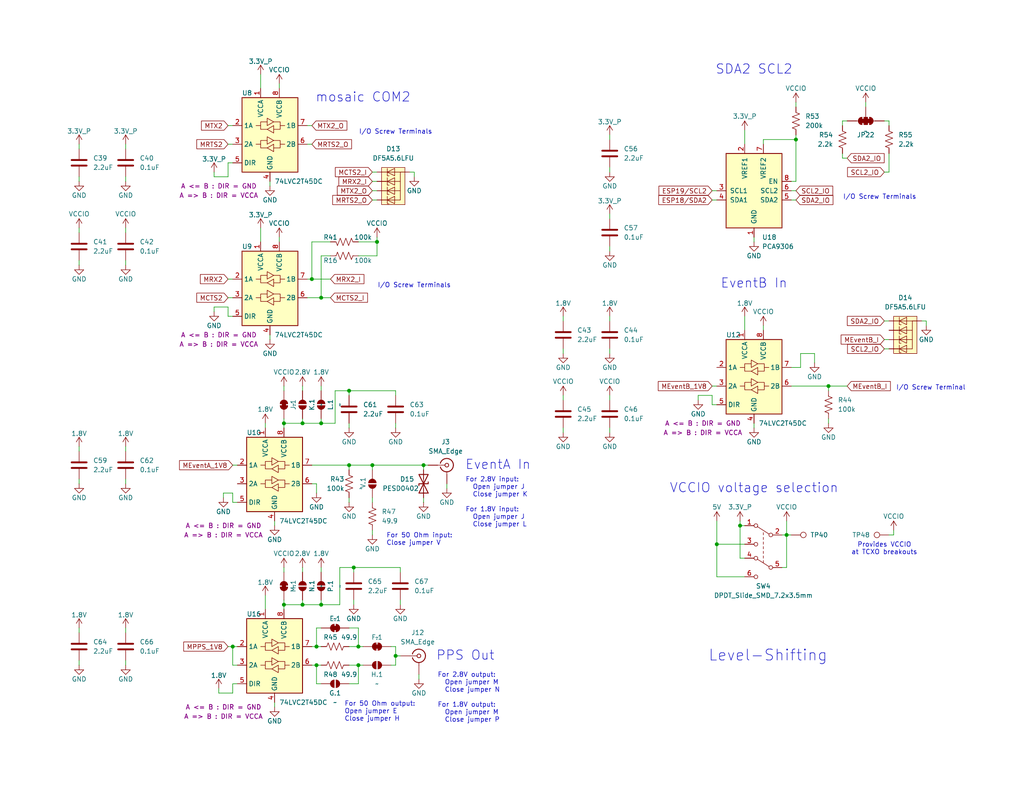
<source format=kicad_sch>
(kicad_sch (version 20231120) (generator "eeschema") (generator_version "8.0")
  (paper "USLetter")
  (title_block (title "Level Shifting"))
  (junction (at 95.25 106.68))
  (junction (at 97.79 176.53))
  (junction (at 86.36 176.53))
  (junction (at 77.47 115.57))
  (junction (at 101.6 127))
  (junction (at 86.36 181.61))
  (junction (at 63.5 176.53))
  (junction (at 87.63 165.1))
  (junction (at 85.09 76.2))
  (junction (at 201.93 143.51))
  (junction (at 95.25 127))
  (junction (at 115.57 127))
  (junction (at 195.58 148.59))
  (junction (at 102.87 66.04))
  (junction (at 96.52 154.94))
  (junction (at 107.95 179.07))
  (junction (at 217.17 38.1))
  (junction (at 87.63 115.57))
  (junction (at 214.63 146.05))
  (junction (at 82.55 165.1))
  (junction (at 87.63 81.28))
  (junction (at 82.55 115.57))
  (junction (at 97.79 181.61))
  (junction (at 77.47 165.1))
  (junction (at 226.06 105.41))
  (wire (pts (xy 62.23 176.53) (xy 63.5 176.53)))
  (wire (pts (xy 21.59 49.53) (xy 21.59 48.26)))
  (wire (pts (xy 58.42 46.99) (xy 58.42 48.26)))
  (wire (pts (xy 85.09 66.04) (xy 85.09 76.2)))
  (wire (pts (xy 73.66 91.44) (xy 73.66 92.71)))
  (wire (pts (xy 97.79 171.45) (xy 97.79 176.53)))
  (wire (pts (xy 214.63 142.24) (xy 214.63 146.05)))
  (wire (pts (xy 62.23 44.45) (xy 63.5 44.45)))
  (wire (pts (xy 87.63 165.1) (xy 92.71 165.1)))
  (wire (pts (xy 109.22 156.21) (xy 109.22 154.94)))
  (wire (pts (xy 106.68 176.53) (xy 107.95 176.53)))
  (wire (pts (xy 85.09 127) (xy 95.25 127)))
  (wire (pts (xy 241.3 95.25) (xy 242.57 95.25)))
  (wire (pts (xy 153.67 87.63) (xy 153.67 86.36)))
  (wire (pts (xy 72.39 115.57) (xy 72.39 116.84)))
  (wire (pts (xy 83.82 81.28) (xy 87.63 81.28)))
  (wire (pts (xy 85.09 132.08) (xy 86.36 132.08)))
  (wire (pts (xy 77.47 165.1) (xy 77.47 166.37)))
  (wire (pts (xy 92.71 165.1) (xy 92.71 154.94)))
  (wire (pts (xy 195.58 148.59) (xy 203.2 148.59)))
  (wire (pts (xy 114.3 184.15) (xy 114.3 185.42)))
  (wire (pts (xy 21.59 172.72) (xy 21.59 171.45)))
  (wire (pts (xy 226.06 105.41) (xy 226.06 106.68)))
  (wire (pts (xy 63.5 186.69) (xy 64.77 186.69)))
  (wire (pts (xy 77.47 165.1) (xy 82.55 165.1)))
  (wire (pts (xy 91.44 115.57) (xy 91.44 106.68)))
  (wire (pts (xy 111.76 46.99) (xy 113.03 46.99)))
  (wire (pts (xy 215.9 105.41) (xy 226.06 105.41)))
  (wire (pts (xy 95.25 116.84) (xy 95.25 115.57)))
  (wire (pts (xy 87.63 154.94) (xy 87.63 156.21)))
  (wire (pts (xy 85.09 66.04) (xy 90.17 66.04)))
  (wire (pts (xy 166.37 109.22) (xy 166.37 107.95)))
  (wire (pts (xy 229.87 34.29) (xy 229.87 33.02)))
  (wire (pts (xy 34.29 49.53) (xy 34.29 48.26)))
  (wire (pts (xy 97.79 69.85) (xy 102.87 69.85)))
  (wire (pts (xy 201.93 142.24) (xy 201.93 143.51)))
  (wire (pts (xy 166.37 59.69) (xy 166.37 58.42)))
  (wire (pts (xy 21.59 123.19) (xy 21.59 121.92)))
  (wire (pts (xy 109.22 165.1) (xy 109.22 163.83)))
  (wire (pts (xy 208.28 38.1) (xy 217.17 38.1)))
  (wire (pts (xy 101.6 49.53) (xy 102.87 49.53)))
  (wire (pts (xy 87.63 114.3) (xy 87.63 115.57)))
  (wire (pts (xy 21.59 72.39) (xy 21.59 71.12)))
  (wire (pts (xy 82.55 154.94) (xy 82.55 156.21)))
  (wire (pts (xy 215.9 52.07) (xy 217.17 52.07)))
  (wire (pts (xy 85.09 181.61) (xy 86.36 181.61)))
  (wire (pts (xy 107.95 116.84) (xy 107.95 115.57)))
  (wire (pts (xy 241.3 46.99) (xy 242.57 46.99)))
  (wire (pts (xy 217.17 36.83) (xy 217.17 38.1)))
  (wire (pts (xy 241.3 33.02) (xy 242.57 33.02)))
  (wire (pts (xy 101.6 127) (xy 115.57 127)))
  (wire (pts (xy 63.5 137.16) (xy 63.5 134.62)))
  (wire (pts (xy 166.37 68.58) (xy 166.37 67.31)))
  (wire (pts (xy 62.23 76.2) (xy 63.5 76.2)))
  (wire (pts (xy 222.25 96.52) (xy 222.25 99.06)))
  (wire (pts (xy 21.59 40.64) (xy 21.59 39.37)))
  (wire (pts (xy 229.87 41.91) (xy 229.87 43.18)))
  (wire (pts (xy 190.5 107.95) (xy 194.31 107.95)))
  (wire (pts (xy 102.87 69.85) (xy 102.87 66.04)))
  (wire (pts (xy 214.63 146.05) (xy 214.63 154.94)))
  (wire (pts (xy 217.17 27.94) (xy 217.17 29.21)))
  (wire (pts (xy 62.23 34.29) (xy 63.5 34.29)))
  (wire (pts (xy 60.96 134.62) (xy 60.96 135.89)))
  (wire (pts (xy 194.31 105.41) (xy 195.58 105.41)))
  (wire (pts (xy 195.58 148.59) (xy 195.58 157.48)))
  (wire (pts (xy 87.63 105.41) (xy 87.63 106.68)))
  (wire (pts (xy 201.93 143.51) (xy 203.2 143.51)))
  (wire (pts (xy 213.36 154.94) (xy 214.63 154.94)))
  (wire (pts (xy 214.63 146.05) (xy 215.9 146.05)))
  (wire (pts (xy 116.84 127) (xy 115.57 127)))
  (wire (pts (xy 76.2 22.86) (xy 76.2 24.13)))
  (wire (pts (xy 101.6 52.07) (xy 102.87 52.07)))
  (wire (pts (xy 87.63 186.69) (xy 86.36 186.69)))
  (wire (pts (xy 231.14 43.18) (xy 229.87 43.18)))
  (wire (pts (xy 106.68 181.61) (xy 107.95 181.61)))
  (wire (pts (xy 96.52 165.1) (xy 96.52 163.83)))
  (wire (pts (xy 97.79 181.61) (xy 99.06 181.61)))
  (wire (pts (xy 242.57 146.05) (xy 243.84 146.05)))
  (wire (pts (xy 92.71 154.94) (xy 96.52 154.94)))
  (wire (pts (xy 86.36 181.61) (xy 87.63 181.61)))
  (wire (pts (xy 83.82 39.37) (xy 85.09 39.37)))
  (wire (pts (xy 101.6 135.89) (xy 101.6 137.16)))
  (wire (pts (xy 101.6 46.99) (xy 102.87 46.99)))
  (wire (pts (xy 107.95 179.07) (xy 109.22 179.07)))
  (wire (pts (xy 205.74 64.77) (xy 205.74 66.04)))
  (wire (pts (xy 251.46 87.63) (xy 252.73 87.63)))
  (wire (pts (xy 96.52 154.94) (xy 109.22 154.94)))
  (wire (pts (xy 82.55 165.1) (xy 87.63 165.1)))
  (wire (pts (xy 229.87 33.02) (xy 231.14 33.02)))
  (wire (pts (xy 71.12 62.23) (xy 71.12 66.04)))
  (wire (pts (xy 208.28 88.9) (xy 208.28 90.17)))
  (wire (pts (xy 83.82 76.2) (xy 85.09 76.2)))
  (wire (pts (xy 77.47 163.83) (xy 77.47 165.1)))
  (wire (pts (xy 102.87 66.04) (xy 102.87 64.77)))
  (wire (pts (xy 195.58 142.24) (xy 195.58 148.59)))
  (wire (pts (xy 115.57 137.16) (xy 115.57 135.89)))
  (wire (pts (xy 87.63 81.28) (xy 90.17 81.28)))
  (wire (pts (xy 166.37 96.52) (xy 166.37 95.25)))
  (wire (pts (xy 63.5 137.16) (xy 64.77 137.16)))
  (wire (pts (xy 62.23 48.26) (xy 62.23 44.45)))
  (wire (pts (xy 214.63 146.05) (xy 213.36 146.05)))
  (wire (pts (xy 87.63 69.85) (xy 90.17 69.85)))
  (wire (pts (xy 153.67 109.22) (xy 153.67 107.95)))
  (wire (pts (xy 194.31 54.61) (xy 195.58 54.61)))
  (wire (pts (xy 87.63 69.85) (xy 87.63 81.28)))
  (wire (pts (xy 226.06 114.3) (xy 226.06 115.57)))
  (wire (pts (xy 95.25 135.89) (xy 95.25 137.16)))
  (wire (pts (xy 194.31 107.95) (xy 194.31 110.49)))
  (wire (pts (xy 97.79 176.53) (xy 99.06 176.53)))
  (wire (pts (xy 95.25 127) (xy 95.25 128.27)))
  (wire (pts (xy 217.17 38.1) (xy 217.17 49.53)))
  (wire (pts (xy 95.25 106.68) (xy 107.95 106.68)))
  (wire (pts (xy 243.84 144.78) (xy 243.84 146.05)))
  (wire (pts (xy 236.22 27.94) (xy 236.22 29.21)))
  (wire (pts (xy 97.79 181.61) (xy 97.79 186.69)))
  (wire (pts (xy 58.42 48.26) (xy 62.23 48.26)))
  (wire (pts (xy 215.9 100.33) (xy 218.44 100.33)))
  (wire (pts (xy 63.5 189.23) (xy 63.5 186.69)))
  (wire (pts (xy 59.69 189.23) (xy 63.5 189.23)))
  (wire (pts (xy 86.36 181.61) (xy 86.36 186.69)))
  (wire (pts (xy 166.37 118.11) (xy 166.37 116.84)))
  (wire (pts (xy 218.44 100.33) (xy 218.44 96.52)))
  (wire (pts (xy 58.42 83.82) (xy 62.23 83.82)))
  (wire (pts (xy 63.5 176.53) (xy 63.5 181.61)))
  (wire (pts (xy 72.39 162.56) (xy 72.39 166.37)))
  (wire (pts (xy 107.95 106.68) (xy 107.95 107.95)))
  (wire (pts (xy 87.63 171.45) (xy 86.36 171.45)))
  (wire (pts (xy 95.25 171.45) (xy 97.79 171.45)))
  (wire (pts (xy 62.23 86.36) (xy 63.5 86.36)))
  (wire (pts (xy 85.09 176.53) (xy 86.36 176.53)))
  (wire (pts (xy 63.5 134.62) (xy 60.96 134.62)))
  (wire (pts (xy 218.44 96.52) (xy 222.25 96.52)))
  (wire (pts (xy 107.95 176.53) (xy 107.95 179.07)))
  (wire (pts (xy 62.23 83.82) (xy 62.23 86.36)))
  (wire (pts (xy 77.47 105.41) (xy 77.47 106.68)))
  (wire (pts (xy 203.2 86.36) (xy 203.2 90.17)))
  (wire (pts (xy 73.66 49.53) (xy 73.66 50.8)))
  (wire (pts (xy 95.25 127) (xy 101.6 127)))
  (wire (pts (xy 87.63 163.83) (xy 87.63 165.1)))
  (wire (pts (xy 121.92 132.08) (xy 121.92 133.35)))
  (wire (pts (xy 201.93 143.51) (xy 201.93 152.4)))
  (wire (pts (xy 194.31 110.49) (xy 195.58 110.49)))
  (wire (pts (xy 34.29 172.72) (xy 34.29 171.45)))
  (wire (pts (xy 95.25 181.61) (xy 97.79 181.61)))
  (wire (pts (xy 203.2 152.4) (xy 201.93 152.4)))
  (wire (pts (xy 226.06 105.41) (xy 231.14 105.41)))
  (wire (pts (xy 153.67 118.11) (xy 153.67 116.84)))
  (wire (pts (xy 62.23 39.37) (xy 63.5 39.37)))
  (wire (pts (xy 34.29 40.64) (xy 34.29 39.37)))
  (wire (pts (xy 95.25 106.68) (xy 95.25 107.95)))
  (wire (pts (xy 82.55 114.3) (xy 82.55 115.57)))
  (wire (pts (xy 74.93 191.77) (xy 74.93 193.04)))
  (wire (pts (xy 215.9 54.61) (xy 217.17 54.61)))
  (wire (pts (xy 77.47 154.94) (xy 77.47 156.21)))
  (wire (pts (xy 205.74 115.57) (xy 205.74 116.84)))
  (wire (pts (xy 34.29 63.5) (xy 34.29 62.23)))
  (wire (pts (xy 86.36 171.45) (xy 86.36 176.53)))
  (wire (pts (xy 203.2 157.48) (xy 195.58 157.48)))
  (wire (pts (xy 101.6 144.78) (xy 101.6 146.05)))
  (wire (pts (xy 62.23 81.28) (xy 63.5 81.28)))
  (wire (pts (xy 87.63 115.57) (xy 91.44 115.57)))
  (wire (pts (xy 91.44 106.68) (xy 95.25 106.68)))
  (wire (pts (xy 203.2 35.56) (xy 203.2 39.37)))
  (wire (pts (xy 82.55 163.83) (xy 82.55 165.1)))
  (wire (pts (xy 242.57 34.29) (xy 242.57 33.02)))
  (wire (pts (xy 64.77 181.61) (xy 63.5 181.61)))
  (wire (pts (xy 215.9 49.53) (xy 217.17 49.53)))
  (wire (pts (xy 34.29 181.61) (xy 34.29 180.34)))
  (wire (pts (xy 166.37 87.63) (xy 166.37 86.36)))
  (wire (pts (xy 166.37 46.99) (xy 166.37 45.72)))
  (wire (pts (xy 71.12 20.32) (xy 71.12 24.13)))
  (wire (pts (xy 190.5 109.22) (xy 190.5 107.95)))
  (wire (pts (xy 82.55 115.57) (xy 87.63 115.57)))
  (wire (pts (xy 96.52 156.21) (xy 96.52 154.94)))
  (wire (pts (xy 86.36 132.08) (xy 86.36 134.62)))
  (wire (pts (xy 74.93 142.24) (xy 74.93 143.51)))
  (wire (pts (xy 241.3 87.63) (xy 242.57 87.63)))
  (wire (pts (xy 77.47 115.57) (xy 82.55 115.57)))
  (wire (pts (xy 194.31 52.07) (xy 195.58 52.07)))
  (wire (pts (xy 86.36 176.53) (xy 87.63 176.53)))
  (wire (pts (xy 166.37 38.1) (xy 166.37 36.83)))
  (wire (pts (xy 63.5 176.53) (xy 64.77 176.53)))
  (wire (pts (xy 115.57 127) (xy 115.57 128.27)))
  (wire (pts (xy 107.95 179.07) (xy 107.95 181.61)))
  (wire (pts (xy 95.25 176.53) (xy 97.79 176.53)))
  (wire (pts (xy 242.57 41.91) (xy 242.57 46.99)))
  (wire (pts (xy 153.67 96.52) (xy 153.67 95.25)))
  (wire (pts (xy 252.73 87.63) (xy 252.73 88.9)))
  (wire (pts (xy 85.09 76.2) (xy 90.17 76.2)))
  (wire (pts (xy 76.2 64.77) (xy 76.2 66.04)))
  (wire (pts (xy 21.59 181.61) (xy 21.59 180.34)))
  (wire (pts (xy 101.6 54.61) (xy 102.87 54.61)))
  (wire (pts (xy 241.3 92.71) (xy 242.57 92.71)))
  (wire (pts (xy 97.79 66.04) (xy 102.87 66.04)))
  (wire (pts (xy 21.59 132.08) (xy 21.59 130.81)))
  (wire (pts (xy 83.82 34.29) (xy 85.09 34.29)))
  (wire (pts (xy 59.69 187.96) (xy 59.69 189.23)))
  (wire (pts (xy 208.28 39.37) (xy 208.28 38.1)))
  (wire (pts (xy 21.59 63.5) (xy 21.59 62.23)))
  (wire (pts (xy 34.29 132.08) (xy 34.29 130.81)))
  (wire (pts (xy 101.6 127) (xy 101.6 128.27)))
  (wire (pts (xy 58.42 85.09) (xy 58.42 83.82)))
  (wire (pts (xy 63.5 127) (xy 64.77 127)))
  (wire (pts (xy 95.25 186.69) (xy 97.79 186.69)))
  (wire (pts (xy 77.47 114.3) (xy 77.47 115.57)))
  (wire (pts (xy 77.47 115.57) (xy 77.47 116.84)))
  (wire (pts (xy 82.55 105.41) (xy 82.55 106.68)))
  (wire (pts (xy 113.03 46.99) (xy 113.03 48.26)))
  (wire (pts (xy 34.29 72.39) (xy 34.29 71.12)))
  (wire (pts (xy 34.29 123.19) (xy 34.29 121.92)))
  (text "SDA2 SCL2" (at 205.74 19.05 0) (effects (font (size 2.54 2.54))))
  (text "I/O Screw Terminals" (at 107.95 36.83 0) (effects (font (size 1.27 1.27)) (justify bottom)))
  (text "Provides VCCIO\nat TCXO breakouts" (at 241.3 149.86 0) (effects (font (size 1.27 1.27))))
  (text "For 50 Ohm input:\nClose jumper V" (at 105.41 147.32 0) (effects (font (size 1.27 1.27)) (justify left)))
  (text "mosaic COM2" (at 99.06 26.67 0) (effects (font (size 2.54 2.54))))
  (text "I/O Screw Terminal" (at 254 106.68 0) (effects (font (size 1.27 1.27)) (justify bottom)))
  (text "Level-Shifting" (at 209.55 179.07 0) (effects (font (size 3 3))))
  (text "I/O Screw Terminals" (at 240.03 54.61 0) (effects (font (size 1.27 1.27)) (justify bottom)))
  (text "For 50 Ohm output:\nOpen jumper E\nClose jumper H" (at 93.98 194.31 0) (effects (font (size 1.27 1.27)) (justify left)))
  (text "For 2.8V input:\n  Open jumper J\n  Close jumper K\n\nFor 1.8V input:\n  Open jumper J\n  Close jumper L" (at 127 137.16 0) (effects (font (size 1.27 1.27)) (justify left)))
  (text "For 2.8V output:\n  Open jumper M\n  Close jumper N\n\nFor 1.8V output:\n  Open jumper M\n  Close jumper P" (at 119.38 190.5 0) (effects (font (size 1.27 1.27)) (justify left)))
  (text "I/O Screw Terminals" (at 113.03 78.74 0) (effects (font (size 1.27 1.27)) (justify bottom)))
  (text "EventB In" (at 205.74 77.47 0) (effects (font (size 2.54 2.54))))
  (text "EventA In" (at 135.89 127 0) (effects (font (size 2.54 2.54))))
  (text "PPS Out" (at 127 179.07 0) (effects (font (size 2.54 2.54))))
  (text "VCCIO voltage selection" (at 205.74 133.35 0) (effects (font (size 2.54 2.54))))
  (global_label "ESP19{slash}SCL2" (shape input) (at 194.31 52.07 180) (property "Intersheetrefs" "${INTERSHEET_REFS}" (effects (hide yes))))
  (global_label "MEventB_1V8" (shape input) (at 194.31 105.41 180) (property "Intersheetrefs" "${INTERSHEET_REFS}" (effects (hide yes))))
  (global_label "MCTS2_I" (shape input) (at 101.6 46.99 180) (property "Intersheetrefs" "${INTERSHEET_REFS}" (effects (hide yes))))
  (global_label "MEventB_I" (shape input) (at 241.3 92.71 180) (property "Intersheetrefs" "${INTERSHEET_REFS}" (effects (hide yes))))
  (global_label "MEventB_I" (shape input) (at 231.14 105.41 0) (property "Intersheetrefs" "${INTERSHEET_REFS}" (effects (hide yes))))
  (global_label "MTX2_O" (shape input) (at 85.09 34.29 0) (property "Intersheetrefs" "${INTERSHEET_REFS}" (effects (hide yes))))
  (global_label "MRTS2_O" (shape input) (at 101.6 54.61 180) (property "Intersheetrefs" "${INTERSHEET_REFS}" (effects (hide yes))))
  (global_label "MPPS_1V8" (shape input) (at 62.23 176.53 180) (property "Intersheetrefs" "${INTERSHEET_REFS}" (effects (hide yes))))
  (global_label "ESP18{slash}SDA2" (shape input) (at 194.31 54.61 180) (property "Intersheetrefs" "${INTERSHEET_REFS}" (effects (hide yes))))
  (global_label "SCL2_IO" (shape input) (at 241.3 95.25 180) (property "Intersheetrefs" "${INTERSHEET_REFS}" (effects (hide yes))))
  (global_label "MRX2" (shape input) (at 62.23 76.2 180) (property "Intersheetrefs" "${INTERSHEET_REFS}" (effects (hide yes))))
  (global_label "MRX2_I" (shape input) (at 90.17 76.2 0) (property "Intersheetrefs" "${INTERSHEET_REFS}" (effects (hide yes))))
  (global_label "SDA2_IO" (shape input) (at 217.17 54.61 0) (property "Intersheetrefs" "${INTERSHEET_REFS}" (effects (hide yes))))
  (global_label "MEventA_1V8" (shape input) (at 63.5 127 180) (property "Intersheetrefs" "${INTERSHEET_REFS}" (effects (hide yes))))
  (global_label "SCL2_IO" (shape input) (at 241.3 46.99 180) (property "Intersheetrefs" "${INTERSHEET_REFS}" (effects (hide yes))))
  (global_label "SCL2_IO" (shape input) (at 217.17 52.07 0) (property "Intersheetrefs" "${INTERSHEET_REFS}" (effects (hide yes))))
  (global_label "SDA2_IO" (shape input) (at 241.3 87.63 180) (property "Intersheetrefs" "${INTERSHEET_REFS}" (effects (hide yes))))
  (global_label "MCTS2_I" (shape input) (at 90.17 81.28 0) (property "Intersheetrefs" "${INTERSHEET_REFS}" (effects (hide yes))))
  (global_label "MRX2_I" (shape input) (at 101.6 49.53 180) (property "Intersheetrefs" "${INTERSHEET_REFS}" (effects (hide yes))))
  (global_label "MTX2_O" (shape input) (at 101.6 52.07 180) (property "Intersheetrefs" "${INTERSHEET_REFS}" (effects (hide yes))))
  (global_label "MRTS2_O" (shape input) (at 85.09 39.37 0) (property "Intersheetrefs" "${INTERSHEET_REFS}" (effects (hide yes))))
  (global_label "MTX2" (shape input) (at 62.23 34.29 180) (property "Intersheetrefs" "${INTERSHEET_REFS}" (effects (hide yes))))
  (global_label "MRTS2" (shape input) (at 62.23 39.37 180) (property "Intersheetrefs" "${INTERSHEET_REFS}" (effects (hide yes))))
  (global_label "MCTS2" (shape input) (at 62.23 81.28 180) (property "Intersheetrefs" "${INTERSHEET_REFS}" (effects (hide yes))))
  (global_label "SDA2_IO" (shape input) (at 231.14 43.18 0) (property "Intersheetrefs" "${INTERSHEET_REFS}" (effects (hide yes))))
  (symbol (lib_id "SparkFun-PowerSymbol:GND") (at 205.74 116.84 0) (unit 1)
    (property "Reference" "#PWR0159" (effects (hide yes)))
    (property "Value" "GND" (at 205.74 120.65 0))
    (property "Description" "Power symbol creates a global label with name \"GND\" , ground" (effects (hide yes)))
  )
  (symbol (lib_id "SparkFun-PowerSymbol:VCC") (at 77.47 105.41 0) (unit 1)
    (property "Reference" "#PWR0160" (effects (hide yes)))
    (property "Value" "VCCIO" (at 77.47 101.6 0))
    (property "Description" "Power symbol creates a global label with name \"VCC\"" (effects (hide yes)))
  )
  (symbol (lib_id "SparkFun-Jumper:SolderJumper_2_Open") (at 101.6 132.08 90) (unit 1)
    (property "Reference" "V.1" (at 99.06 133.35 0) (effects (justify left)))
    (property "Value" "~" (at 99.06 133.35 90) (effects (justify left)))
    (property "Footprint" "SparkFun-Jumper:Jumper_2_NO" (effects (hide yes)))
    (property "Description" "Solder Jumper, 2-pole, open" (effects (hide yes)))
  )
  (symbol (lib_id "SparkFun-PowerSymbol:VCC") (at 243.84 144.78 0) (unit 1)
    (property "Reference" "#PWR0265" (effects (hide yes)))
    (property "Value" "VCCIO" (at 243.84 140.97 0))
    (property "Description" "Power symbol creates a global label with name \"VCC\"" (effects (hide yes)))
  )
  (symbol (lib_id "power:GND") (at 166.37 118.11 0) (unit 1)
    (property "Reference" "#PWR0165" (effects (hide yes)))
    (property "Value" "GND" (at 166.37 121.92 0))
    (property "Description" "Power symbol creates a global label with name \"GND\" , ground" (effects (hide yes)))
  )
  (symbol (lib_id "SparkFun-PowerSymbol:GND") (at 205.74 66.04 0) (unit 1)
    (property "Reference" "#PWR0231" (effects (hide yes)))
    (property "Value" "GND" (at 205.74 69.85 0))
    (property "Description" "Power symbol creates a global label with name \"GND\" , ground" (effects (hide yes)))
  )
  (symbol (lib_id "SparkFun-PowerSymbol:VCC") (at 208.28 88.9 0) (unit 1)
    (property "Reference" "#PWR0161" (effects (hide yes)))
    (property "Value" "VCCIO" (at 208.28 85.09 0))
    (property "Description" "Power symbol creates a global label with name \"VCC\"" (effects (hide yes)))
  )
  (symbol (lib_id "SparkFun-Capacitor:0.1uF_0603_25V_20%") (at 34.29 176.53 0) (unit 1)
    (property "Reference" "C66" (at 38.1 175.2599 0) (effects (justify left)))
    (property "Value" "0.1uF" (at 38.1 177.7999 0) (effects (justify left)))
    (property "Footprint" "SparkFun-Capacitor:C_0603_1608Metric" (effects (hide yes)))
    (property "Datasheet" "https://cdn.sparkfun.com/assets/8/a/4/a/5/Kemet_Capacitor_Datasheet.pdf" (effects (hide yes)))
    (property "Description" "Unpolarized capacitor" (effects (hide yes)))
    (property "PROD_ID" "CAP-00810" (effects (hide yes)))
    (property "Voltage" "25V" (effects (hide yes)))
    (property "Tolerance" "20%" (effects (hide yes)))
  )
  (symbol (lib_id "SparkFun-DiscreteSemi:D_TVS_ESD_4_HS") (at 246.38 92.71 90) (unit 1)
    (property "Reference" "D14" (at 247.015 81.28 90))
    (property "Value" "DF5A5.6LFU" (at 247.015 83.82 90))
    (property "Footprint" "SparkFun-Semiconductor-Standard:SOT-353" (effects (hide yes)))
    (property "Datasheet" "https://toshiba.semicon-storage.com/info/DF5A5.6LFU_datasheet_en_20140301.pdf?did=22260&prodName=DF5A5.6LFU" (effects (hide yes)))
    (property "Description" "Low capacitance microSD unidirectional quadruple ESD protection diode array, 3.3V, Common Anode, SOT-353" (effects (hide yes)))
    (property "PROD_ID" "DIO-20454" (effects (hide yes)))
  )
  (symbol (lib_id "SparkFun-PowerSymbol:3.3V_P") (at 201.93 142.24 0) (unit 1)
    (property "Reference" "#PWR0132" (effects (hide yes)))
    (property "Value" "3.3V_P" (at 201.93 138.43 0))
    (property "Description" "Power symbol creates a global label with name \"3.3V_P\"" (effects (hide yes)))
  )
  (symbol (lib_id "SparkFun-PowerSymbol:VCC") (at 166.37 107.95 0) (unit 1)
    (property "Reference" "#PWR0164" (effects (hide yes)))
    (property "Value" "VCCIO" (at 166.37 104.14 0))
    (property "Description" "Power symbol creates a global label with name \"VCC\"" (effects (hide yes)))
  )
  (symbol (lib_id "SparkFun-Resistor:49.9_0603") (at 101.6 140.97 270) (unit 1)
    (property "Reference" "R47" (at 104.14 139.6999 90) (effects (justify left)))
    (property "Value" "49.9" (at 104.14 142.2399 90) (effects (justify left)))
    (property "Footprint" "SparkFun-Resistor:R_0603_1608Metric" (effects (hide yes)))
    (property "Datasheet" "https://www.vishay.com/docs/20035/dcrcwe3.pdf" (effects (hide yes)))
    (property "Description" "Resistor" (effects (hide yes)))
    (property "PROD_ID" "RES-16237" (effects (hide yes)))
    (property "Wattage" "0.5W" (effects (hide yes)))
    (property "Tolerance" "1%" (effects (hide yes)))
  )
  (symbol (lib_id "SparkFun-PowerSymbol:GND") (at 86.36 134.62 0) (unit 1)
    (property "Reference" "#PWR0209" (effects (hide yes)))
    (property "Value" "GND" (at 86.36 138.43 0))
    (property "Description" "Power symbol creates a global label with name \"GND\" , ground" (effects (hide yes)))
  )
  (symbol (lib_id "SparkFun-PowerSymbol:3.3V_P") (at 166.37 36.83 0) (unit 1)
    (property "Reference" "#PWR0232" (effects (hide yes)))
    (property "Value" "3.3V_P" (at 166.37 33.274 0))
    (property "Description" "Power symbol creates a global label with name \"3.3V_P\"" (effects (hide yes)))
  )
  (symbol (lib_id "power:GND") (at 21.59 181.61 0) (unit 1)
    (property "Reference" "#PWR0221" (effects (hide yes)))
    (property "Value" "GND" (at 21.59 185.42 0))
    (property "Description" "Power symbol creates a global label with name \"GND\" , ground" (effects (hide yes)))
  )
  (symbol (lib_id "SparkFun-RF:SMA_EdgeMount") (at 114.3 179.07 0) (unit 1)
    (property "Reference" "J12" (at 113.9826 172.72 0))
    (property "Value" "SMA_Edge" (at 113.9826 175.26 0))
    (property "Footprint" "SparkFun-Connector:SMA_Edge" (effects (hide yes)))
    (property "Datasheet" "https://www.sparkfun.com/datasheets/Wireless/Antenna/SMA-Connector.pdf" (effects (hide yes)))
    (property "Description" "SMA PCB Edge Mount connector" (effects (hide yes)))
    (property "PROD_ID" "CONN-08289" (effects (hide yes)))
  )
  (symbol (lib_id "power:GND") (at 101.6 146.05 0) (mirror y) (unit 1)
    (property "Reference" "#PWR0193" (effects (hide yes)))
    (property "Value" "GND" (at 101.6 149.86 0))
    (property "Description" "Power symbol creates a global label with name \"GND\" , ground" (effects (hide yes)))
  )
  (symbol (lib_id "power:GND") (at 21.59 132.08 0) (unit 1)
    (property "Reference" "#PWR0237" (effects (hide yes)))
    (property "Value" "GND" (at 21.59 135.89 0))
    (property "Description" "Power symbol creates a global label with name \"GND\" , ground" (effects (hide yes)))
  )
  (symbol (lib_id "SparkFun-PowerSymbol:GND") (at 73.66 92.71 0) (unit 1)
    (property "Reference" "#PWR0138" (effects (hide yes)))
    (property "Value" "GND" (at 73.66 96.52 0))
    (property "Description" "Power symbol creates a global label with name \"GND\" , ground" (effects (hide yes)))
  )
  (symbol (lib_id "SparkFun-PowerSymbol:1.8V") (at 21.59 171.45 0) (unit 1)
    (property "Reference" "#PWR0220" (effects (hide yes)))
    (property "Value" "1.8V" (at 21.59 167.894 0))
    (property "Description" "Power symbol creates a global label with name \"1.8V\"" (effects (hide yes)))
  )
  (symbol (lib_id "SparkFun-PowerSymbol:GND") (at 222.25 99.06 0) (unit 1)
    (property "Reference" "#PWR0200" (effects (hide yes)))
    (property "Value" "GND" (at 222.25 102.87 0))
    (property "Description" "Power symbol creates a global label with name \"GND\" , ground" (effects (hide yes)))
  )
  (symbol (lib_id "SparkFun-Capacitor:0.1uF_0603_25V_20%") (at 166.37 91.44 0) (unit 1)
    (property "Reference" "C44" (at 170.18 90.1699 0) (effects (justify left)))
    (property "Value" "0.1uF" (at 170.18 92.7099 0) (effects (justify left)))
    (property "Footprint" "SparkFun-Capacitor:C_0603_1608Metric" (effects (hide yes)))
    (property "Datasheet" "https://cdn.sparkfun.com/assets/8/a/4/a/5/Kemet_Capacitor_Datasheet.pdf" (effects (hide yes)))
    (property "Description" "Unpolarized capacitor" (effects (hide yes)))
    (property "PROD_ID" "CAP-00810" (effects (hide yes)))
    (property "Voltage" "25V" (effects (hide yes)))
    (property "Tolerance" "20%" (effects (hide yes)))
  )
  (symbol (lib_id "SparkFun-Jumper:SolderJumper_2_Bridged") (at 77.47 160.02 270) (mirror x) (unit 1)
    (property "Reference" "M.1" (at 80.01 160.02 0))
    (property "Value" "~" (at 80.01 160.02 0))
    (property "Footprint" "SparkFun-Jumper:Jumper_2_NC_Trace" (effects (hide yes)))
    (property "Description" "Solder Jumper, 2-pole, closed/bridged" (effects (hide yes)))
  )
  (symbol (lib_id "SparkFun-Resistor:100k_0603") (at 93.98 69.85 0) (unit 1)
    (property "Reference" "R16" (at 90.17 71.12 0))
    (property "Value" "100k" (at 99.06 71.12 0))
    (property "Footprint" "SparkFun-Resistor:R_0603_1608Metric" (effects (hide yes)))
    (property "Datasheet" "https://www.vishay.com/docs/20035/dcrcwe3.pdf" (effects (hide yes)))
    (property "Description" "Resistor" (effects (hide yes)))
    (property "PROD_ID" "RES-07828" (effects (hide yes)))
  )
  (symbol (lib_id "SparkFun-Capacitor:2.2uF_0603_10V_20%") (at 96.52 160.02 0) (mirror y) (unit 1)
    (property "Reference" "C65" (at 100.33 158.7499 0) (effects (justify right)))
    (property "Value" "2.2uF" (at 100.33 161.2899 0) (effects (justify right)))
    (property "Footprint" "SparkFun-Capacitor:C_0603_1608Metric" (effects (hide yes)))
    (property "Datasheet" "https://cdn.sparkfun.com/assets/8/a/4/a/5/Kemet_Capacitor_Datasheet.pdf" (effects (hide yes)))
    (property "Description" "Unpolarized capacitor" (effects (hide yes)))
    (property "PROD_ID" "CAP-07888" (effects (hide yes)))
    (property "Voltage" "10V" (effects (hide yes)))
    (property "Tolerance" "20%" (effects (hide yes)))
  )
  (symbol (lib_id "SparkFun-IC-Logic:74LVC2T45DC") (at 73.66 78.74 0) (unit 1)
    (property "Reference" "U9" (at 66.04 67.31 0) (effects (justify left)))
    (property "Value" "74LVC2T45DC" (at 74.93 91.44 0) (effects (justify left)))
    (property "Footprint" "SparkFun-Semiconductor-Standard:VSSOP8_SOT765-1" (effects (hide yes)))
    (property "Datasheet" "https://assets.nexperia.com/documents/data-sheet/74LVC_LVCH2T45.pdf" (effects (hide yes)))
    (property "Description" "Dual supply translating transceiver, 3-state, 2-bit, VSSOP-8" (effects (hide yes)))
    (property "PROD_ID" "IC-19989" (effects (hide yes)))
    (property "DIR1" "A <= B : DIR = GND" (at 59.69 91.44 0))
    (property "DIR2" "A => B : DIR = VCCA" (at 59.69 93.98 0))
  )
  (symbol (lib_id "SparkFun-Capacitor:0.1uF_0603_25V_20%") (at 166.37 63.5 0) (unit 1)
    (property "Reference" "C57" (at 170.18 62.2299 0) (effects (justify left)))
    (property "Value" "0.1uF" (at 170.18 64.7699 0) (effects (justify left)))
    (property "Footprint" "SparkFun-Capacitor:C_0603_1608Metric" (effects (hide yes)))
    (property "Datasheet" "https://cdn.sparkfun.com/assets/8/a/4/a/5/Kemet_Capacitor_Datasheet.pdf" (effects (hide yes)))
    (property "Description" "Unpolarized capacitor" (effects (hide yes)))
    (property "PROD_ID" "CAP-00810" (effects (hide yes)))
    (property "Voltage" "25V" (effects (hide yes)))
    (property "Tolerance" "20%" (effects (hide yes)))
  )
  (symbol (lib_id "power:GND") (at 153.67 118.11 0) (unit 1)
    (property "Reference" "#PWR0163" (effects (hide yes)))
    (property "Value" "GND" (at 153.67 121.92 0))
    (property "Description" "Power symbol creates a global label with name \"GND\" , ground" (effects (hide yes)))
  )
  (symbol (lib_id "SparkFun-Capacitor:0.1uF_0603_25V_20%") (at 34.29 44.45 0) (unit 1)
    (property "Reference" "C40" (at 38.1 43.1799 0) (effects (justify left)))
    (property "Value" "0.1uF" (at 38.1 45.7199 0) (effects (justify left)))
    (property "Footprint" "SparkFun-Capacitor:C_0603_1608Metric" (effects (hide yes)))
    (property "Datasheet" "https://cdn.sparkfun.com/assets/8/a/4/a/5/Kemet_Capacitor_Datasheet.pdf" (effects (hide yes)))
    (property "Description" "Unpolarized capacitor" (effects (hide yes)))
    (property "PROD_ID" "CAP-00810" (effects (hide yes)))
    (property "Voltage" "25V" (effects (hide yes)))
    (property "Tolerance" "20%" (effects (hide yes)))
  )
  (symbol (lib_id "SparkFun-PowerSymbol:VCC") (at 34.29 62.23 0) (unit 1)
    (property "Reference" "#PWR0148" (effects (hide yes)))
    (property "Value" "VCCIO" (at 34.29 58.42 0))
    (property "Description" "Power symbol creates a global label with name \"VCC\"" (effects (hide yes)))
  )
  (symbol (lib_id "SparkFun-PowerSymbol:5V") (at 195.58 142.24 0) (unit 1)
    (property "Reference" "#PWR0169" (effects (hide yes)))
    (property "Value" "5V" (at 195.58 138.43 0))
    (property "Description" "Power symbol creates a global label with name \"5V\"" (effects (hide yes)))
  )
  (symbol (lib_id "power:GND") (at 34.29 181.61 0) (unit 1)
    (property "Reference" "#PWR0225" (effects (hide yes)))
    (property "Value" "GND" (at 34.29 185.42 0))
    (property "Description" "Power symbol creates a global label with name \"GND\" , ground" (effects (hide yes)))
  )
  (symbol (lib_id "SparkFun-Resistor:49.9_0603") (at 91.44 176.53 0) (unit 1)
    (property "Reference" "R45" (at 90.17 173.99 0))
    (property "Value" "49.9" (at 95.25 173.99 0))
    (property "Footprint" "SparkFun-Resistor:R_0603_1608Metric" (effects (hide yes)))
    (property "Datasheet" "https://www.vishay.com/docs/20035/dcrcwe3.pdf" (effects (hide yes)))
    (property "Description" "Resistor" (effects (hide yes)))
    (property "PROD_ID" "RES-16237" (effects (hide yes)))
    (property "Wattage" "0.5W" (effects (hide yes)))
    (property "Tolerance" "1%" (effects (hide yes)))
  )
  (symbol (lib_id "SparkFun-Resistor:49.9_0603") (at 91.44 181.61 0) (unit 1)
    (property "Reference" "R48" (at 90.17 184.15 0))
    (property "Value" "49.9" (at 95.25 184.15 0))
    (property "Footprint" "SparkFun-Resistor:R_0603_1608Metric" (effects (hide yes)))
    (property "Datasheet" "https://www.vishay.com/docs/20035/dcrcwe3.pdf" (effects (hide yes)))
    (property "Description" "Resistor" (effects (hide yes)))
    (property "PROD_ID" "RES-16237" (effects (hide yes)))
    (property "Wattage" "0.5W" (effects (hide yes)))
    (property "Tolerance" "1%" (effects (hide yes)))
  )
  (symbol (lib_id "SparkFun-PowerSymbol:1.8V") (at 72.39 115.57 0) (unit 1)
    (property "Reference" "#PWR0156" (effects (hide yes)))
    (property "Value" "1.8V" (at 72.39 111.76 0))
    (property "Description" "Power symbol creates a global label with name \"1.8V\"" (effects (hide yes)))
  )
  (symbol (lib_id "SparkFun-PowerSymbol:1.8V") (at 87.63 105.41 0) (unit 1)
    (property "Reference" "#PWR0212" (effects (hide yes)))
    (property "Value" "1.8V" (at 87.63 101.6 0))
    (property "Description" "Power symbol creates a global label with name \"1.8V\"" (effects (hide yes)))
  )
  (symbol (lib_id "SparkFun-Capacitor:0.1uF_0603_25V_20%") (at 109.22 160.02 0) (unit 1)
    (property "Reference" "C67" (at 113.03 158.7499 0) (effects (justify left)))
    (property "Value" "0.1uF" (at 113.03 161.2899 0) (effects (justify left)))
    (property "Footprint" "SparkFun-Capacitor:C_0603_1608Metric" (effects (hide yes)))
    (property "Datasheet" "https://cdn.sparkfun.com/assets/8/a/4/a/5/Kemet_Capacitor_Datasheet.pdf" (effects (hide yes)))
    (property "Description" "Unpolarized capacitor" (effects (hide yes)))
    (property "PROD_ID" "CAP-00810" (effects (hide yes)))
    (property "Voltage" "25V" (effects (hide yes)))
    (property "Tolerance" "20%" (effects (hide yes)))
  )
  (symbol (lib_id "SparkFun-DiscreteSemi:D_TVS_ESD_4_HS") (at 106.68 52.07 90) (unit 1)
    (property "Reference" "D13" (at 107.315 40.64 90))
    (property "Value" "DF5A5.6LFU" (at 107.315 43.18 90))
    (property "Footprint" "SparkFun-Semiconductor-Standard:SOT-353" (effects (hide yes)))
    (property "Datasheet" "https://toshiba.semicon-storage.com/info/DF5A5.6LFU_datasheet_en_20140301.pdf?did=22260&prodName=DF5A5.6LFU" (effects (hide yes)))
    (property "Description" "Low capacitance microSD unidirectional quadruple ESD protection diode array, 3.3V, Common Anode, SOT-353" (effects (hide yes)))
    (property "PROD_ID" "DIO-20454" (effects (hide yes)))
  )
  (symbol (lib_id "SparkFun-IC-Logic:74LVC2T45DC") (at 205.74 102.87 0) (unit 1)
    (property "Reference" "U12" (at 198.12 91.44 0) (effects (justify left)))
    (property "Value" "74LVC2T45DC" (at 207.01 115.57 0) (effects (justify left)))
    (property "Footprint" "SparkFun-Semiconductor-Standard:VSSOP8_SOT765-1" (effects (hide yes)))
    (property "Datasheet" "https://assets.nexperia.com/documents/data-sheet/74LVC_LVCH2T45.pdf" (effects (hide yes)))
    (property "Description" "Dual supply translating transceiver, 3-state, 2-bit, VSSOP-8" (effects (hide yes)))
    (property "PROD_ID" "IC-19989" (effects (hide yes)))
    (property "DIR1" "A <= B : DIR = GND" (at 191.77 115.57 0))
    (property "DIR2" "A => B : DIR = VCCA" (at 191.77 118.11 0))
  )
  (symbol (lib_id "SparkFun-Jumper:SolderJumper_2_Open") (at 87.63 160.02 90) (unit 1)
    (property "Reference" "P.1" (at 90.17 160.02 0))
    (property "Value" "~" (at 92.71 160.02 0))
    (property "Footprint" "SparkFun-Jumper:Jumper_2_NO" (effects (hide yes)))
    (property "Description" "Solder Jumper, 2-pole, open" (effects (hide yes)))
  )
  (symbol (lib_id "power:GND") (at 21.59 49.53 0) (unit 1)
    (property "Reference" "#PWR0143" (effects (hide yes)))
    (property "Value" "GND" (at 21.59 53.34 0))
    (property "Description" "Power symbol creates a global label with name \"GND\" , ground" (effects (hide yes)))
  )
  (symbol (lib_id "SparkFun-PowerSymbol:VCC") (at 153.67 107.95 0) (unit 1)
    (property "Reference" "#PWR0162" (effects (hide yes)))
    (property "Value" "VCCIO" (at 153.67 104.14 0))
    (property "Description" "Power symbol creates a global label with name \"VCC\"" (effects (hide yes)))
  )
  (symbol (lib_id "SparkFun-Resistor:100k_0603") (at 95.25 132.08 90) (unit 1)
    (property "Reference" "R43" (at 93.98 130.81 90) (effects (justify left)))
    (property "Value" "100k" (at 93.98 133.35 90) (effects (justify left)))
    (property "Footprint" "SparkFun-Resistor:R_0603_1608Metric" (effects (hide yes)))
    (property "Datasheet" "https://www.vishay.com/docs/20035/dcrcwe3.pdf" (effects (hide yes)))
    (property "Description" "Resistor" (effects (hide yes)))
    (property "PROD_ID" "RES-07828" (effects (hide yes)))
  )
  (symbol (lib_id "power:GND") (at 21.59 72.39 0) (unit 1)
    (property "Reference" "#PWR0147" (effects (hide yes)))
    (property "Value" "GND" (at 21.59 76.2 0))
    (property "Description" "Power symbol creates a global label with name \"GND\" , ground" (effects (hide yes)))
  )
  (symbol (lib_id "power:GND") (at 95.25 116.84 0) (unit 1)
    (property "Reference" "#PWR0239" (effects (hide yes)))
    (property "Value" "GND" (at 95.25 120.65 0))
    (property "Description" "Power symbol creates a global label with name \"GND\" , ground" (effects (hide yes)))
  )
  (symbol (lib_id "SparkFun-PowerSymbol:GND") (at 73.66 50.8 0) (unit 1)
    (property "Reference" "#PWR0135" (effects (hide yes)))
    (property "Value" "GND" (at 73.66 54.61 0))
    (property "Description" "Power symbol creates a global label with name \"GND\" , ground" (effects (hide yes)))
  )
  (symbol (lib_id "SparkFun-Resistor:2.2k_0603") (at 242.57 38.1 270) (unit 1)
    (property "Reference" "R55" (at 245.11 36.8299 90) (effects (justify left)))
    (property "Value" "2.2k" (at 245.11 39.3699 90) (effects (justify left)))
    (property "Footprint" "SparkFun-Resistor:R_0603_1608Metric" (effects (hide yes)))
    (property "Datasheet" "https://www.vishay.com/docs/20035/dcrcwe3.pdf" (effects (hide yes)))
    (property "Description" "Resistor" (effects (hide yes)))
    (property "PROD_ID" "RES-08272" (effects (hide yes)))
  )
  (symbol (lib_id "SparkFun-PowerSymbol:GND") (at 74.93 143.51 0) (unit 1)
    (property "Reference" "#PWR0158" (effects (hide yes)))
    (property "Value" "GND" (at 74.93 147.32 0))
    (property "Description" "Power symbol creates a global label with name \"GND\" , ground" (effects (hide yes)))
  )
  (symbol (lib_id "SparkFun-PowerSymbol:1.8V") (at 21.59 121.92 0) (unit 1)
    (property "Reference" "#PWR0236" (effects (hide yes)))
    (property "Value" "1.8V" (at 21.59 118.364 0))
    (property "Description" "Power symbol creates a global label with name \"1.8V\"" (effects (hide yes)))
  )
  (symbol (lib_id "power:GND") (at 95.25 137.16 0) (mirror y) (unit 1)
    (property "Reference" "#PWR0172" (effects (hide yes)))
    (property "Value" "GND" (at 95.25 140.97 0))
    (property "Description" "Power symbol creates a global label with name \"GND\" , ground" (effects (hide yes)))
  )
  (symbol (lib_id "SparkFun-Connector:TestPoint_PTH") (at 242.57 146.05 90) (mirror x) (unit 1)
    (property "Reference" "TP48" (at 234.95 146.05 90))
    (property "Value" "PTH" (effects (hide yes)))
    (property "Footprint" "SparkFun-Connector:1x01" (effects (hide yes)))
    (property "Description" "Test Point" (effects (hide yes)))
  )
  (symbol (lib_id "power:GND") (at 166.37 68.58 0) (unit 1)
    (property "Reference" "#PWR0235" (effects (hide yes)))
    (property "Value" "GND" (at 166.37 72.39 0))
    (property "Description" "Power symbol creates a global label with name \"GND\" , ground" (effects (hide yes)))
  )
  (symbol (lib_id "SparkFun-Jumper:SolderJumper_2_Bridged") (at 91.44 171.45 0) (unit 1)
    (property "Reference" "E.1" (at 91.44 168.91 0))
    (property "Value" "~" (at 91.44 168.91 0))
    (property "Footprint" "SparkFun-Jumper:Jumper_2_NC_Trace" (effects (hide yes)))
    (property "Description" "Solder Jumper, 2-pole, closed/bridged" (effects (hide yes)))
  )
  (symbol (lib_id "SparkFun-PowerSymbol:1.8V") (at 34.29 171.45 0) (unit 1)
    (property "Reference" "#PWR0224" (effects (hide yes)))
    (property "Value" "1.8V" (at 34.29 167.894 0))
    (property "Description" "Power symbol creates a global label with name \"1.8V\"" (effects (hide yes)))
  )
  (symbol (lib_id "SparkFun-PowerSymbol:3.3V_P") (at 71.12 62.23 0) (unit 1)
    (property "Reference" "#PWR0137" (effects (hide yes)))
    (property "Value" "3.3V_P" (at 71.12 58.674 0))
    (property "Description" "Power symbol creates a global label with name \"3.3V_P\"" (effects (hide yes)))
  )
  (symbol (lib_id "power:GND") (at 34.29 49.53 0) (unit 1)
    (property "Reference" "#PWR0145" (effects (hide yes)))
    (property "Value" "GND" (at 34.29 53.34 0))
    (property "Description" "Power symbol creates a global label with name \"GND\" , ground" (effects (hide yes)))
  )
  (symbol (lib_id "SparkFun-IC-Logic:74LVC2T45DC") (at 73.66 36.83 0) (unit 1)
    (property "Reference" "U8" (at 66.04 25.4 0) (effects (justify left)))
    (property "Value" "74LVC2T45DC" (at 74.93 49.53 0) (effects (justify left)))
    (property "Footprint" "SparkFun-Semiconductor-Standard:VSSOP8_SOT765-1" (effects (hide yes)))
    (property "Datasheet" "https://assets.nexperia.com/documents/data-sheet/74LVC_LVCH2T45.pdf" (effects (hide yes)))
    (property "Description" "Dual supply translating transceiver, 3-state, 2-bit, VSSOP-8" (effects (hide yes)))
    (property "PROD_ID" "IC-19989" (effects (hide yes)))
    (property "DIR1" "A <= B : DIR = GND" (at 59.69 50.8 0))
    (property "DIR2" "A => B : DIR = VCCA" (at 59.69 53.34 0))
  )
  (symbol (lib_id "SparkFun-IC-Special-Function:PCA9306") (at 205.74 52.07 0) (unit 1)
    (property "Reference" "U18" (at 207.9341 64.77 0) (effects (justify left)))
    (property "Value" "PCA9306" (at 207.9341 67.31 0) (effects (justify left)))
    (property "Footprint" "SparkFun-Semiconductor-Standard:VSSOP8_SOT765-1" (effects (hide yes)))
    (property "Datasheet" "http://www.ti.com/lit/ds/symlink/pca9306.pdf" (effects (hide yes)))
    (property "Description" "Dual bidirectional I2C Bus and SMBus voltage level translator" (effects (hide yes)))
    (property "PROD_ID" "IC-14450" (effects (hide yes)))
  )
  (symbol (lib_id "SparkFun-PowerSymbol:1.8V") (at 87.63 154.94 0) (unit 1)
    (property "Reference" "#PWR0238" (effects (hide yes)))
    (property "Value" "1.8V" (at 87.63 151.13 0))
    (property "Description" "Power symbol creates a global label with name \"1.8V\"" (effects (hide yes)))
  )
  (symbol (lib_id "SparkFun-Resistor:100k_0603") (at 93.98 66.04 0) (mirror x) (unit 1)
    (property "Reference" "R41" (at 90.17 64.77 0))
    (property "Value" "100k" (at 99.06 64.77 0))
    (property "Footprint" "SparkFun-Resistor:R_0603_1608Metric" (effects (hide yes)))
    (property "Datasheet" "https://www.vishay.com/docs/20035/dcrcwe3.pdf" (effects (hide yes)))
    (property "Description" "Resistor" (effects (hide yes)))
    (property "PROD_ID" "RES-07828" (effects (hide yes)))
  )
  (symbol (lib_id "SparkFun-Resistor:2.2k_0603") (at 229.87 38.1 270) (unit 1)
    (property "Reference" "R54" (at 227.33 36.8299 90) (effects (justify right)))
    (property "Value" "2.2k" (at 227.33 39.3699 90) (effects (justify right)))
    (property "Footprint" "SparkFun-Resistor:R_0603_1608Metric" (effects (hide yes)))
    (property "Datasheet" "https://www.vishay.com/docs/20035/dcrcwe3.pdf" (effects (hide yes)))
    (property "Description" "Resistor" (effects (hide yes)))
    (property "PROD_ID" "RES-08272" (effects (hide yes)))
  )
  (symbol (lib_id "SparkFun-PowerSymbol:GND") (at 114.3 185.42 0) (unit 1)
    (property "Reference" "#PWR0208" (effects (hide yes)))
    (property "Value" "GND" (at 114.3 189.23 0))
    (property "Description" "Power symbol creates a global label with name \"GND\" , ground" (effects (hide yes)))
  )
  (symbol (lib_id "SparkFun-PowerSymbol:VCC") (at 76.2 22.86 0) (unit 1)
    (property "Reference" "#PWR0134" (effects (hide yes)))
    (property "Value" "VCCIO" (at 76.2 19.05 0))
    (property "Description" "Power symbol creates a global label with name \"VCC\"" (effects (hide yes)))
  )
  (symbol (lib_id "SparkFun-Capacitor:2.2uF_0603_10V_20%") (at 21.59 67.31 0) (mirror y) (unit 1)
    (property "Reference" "C41" (at 25.4 66.0399 0) (effects (justify right)))
    (property "Value" "2.2uF" (at 25.4 68.5799 0) (effects (justify right)))
    (property "Footprint" "SparkFun-Capacitor:C_0603_1608Metric" (effects (hide yes)))
    (property "Datasheet" "https://cdn.sparkfun.com/assets/8/a/4/a/5/Kemet_Capacitor_Datasheet.pdf" (effects (hide yes)))
    (property "Description" "Unpolarized capacitor" (effects (hide yes)))
    (property "PROD_ID" "CAP-07888" (effects (hide yes)))
    (property "Voltage" "10V" (effects (hide yes)))
    (property "Tolerance" "20%" (effects (hide yes)))
  )
  (symbol (lib_id "SparkFun-PowerSymbol:GND") (at 60.96 135.89 0) (unit 1)
    (property "Reference" "#PWR0154" (effects (hide yes)))
    (property "Value" "GND" (at 60.96 139.7 0))
    (property "Description" "Power symbol creates a global label with name \"GND\" , ground" (effects (hide yes)))
  )
  (symbol (lib_id "SparkFun-PowerSymbol:3.3V_P") (at 166.37 58.42 0) (unit 1)
    (property "Reference" "#PWR0234" (effects (hide yes)))
    (property "Value" "3.3V_P" (at 166.37 54.864 0))
    (property "Description" "Power symbol creates a global label with name \"3.3V_P\"" (effects (hide yes)))
  )
  (symbol (lib_id "SparkFun-PowerSymbol:GND") (at 121.92 133.35 0) (mirror y) (unit 1)
    (property "Reference" "#PWR0128" (effects (hide yes)))
    (property "Value" "GND" (at 121.92 137.16 0))
    (property "Description" "Power symbol creates a global label with name \"GND\" , ground" (effects (hide yes)))
  )
  (symbol (lib_id "SparkFun-PowerSymbol:3.3V_P") (at 203.2 35.56 0) (unit 1)
    (property "Reference" "#PWR0228" (effects (hide yes)))
    (property "Value" "3.3V_P" (at 203.2 31.75 0))
    (property "Description" "Power symbol creates a global label with name \"3.3V_P\"" (effects (hide yes)))
  )
  (symbol (lib_id "SparkFun-PowerSymbol:VCC") (at 236.22 27.94 0) (unit 1)
    (property "Reference" "#PWR0230" (effects (hide yes)))
    (property "Value" "VCCIO" (at 236.22 24.13 0))
    (property "Description" "Power symbol creates a global label with name \"VCC\"" (effects (hide yes)))
  )
  (symbol (lib_id "SparkFun-PowerSymbol:3.3V_P") (at 71.12 20.32 0) (unit 1)
    (property "Reference" "#PWR0133" (effects (hide yes)))
    (property "Value" "3.3V_P" (at 71.12 16.764 0))
    (property "Description" "Power symbol creates a global label with name \"3.3V_P\"" (effects (hide yes)))
  )
  (symbol (lib_id "SparkFun-PowerSymbol:1.8V") (at 34.29 121.92 0) (unit 1)
    (property "Reference" "#PWR0240" (effects (hide yes)))
    (property "Value" "1.8V" (at 34.29 118.364 0))
    (property "Description" "Power symbol creates a global label with name \"1.8V\"" (effects (hide yes)))
  )
  (symbol (lib_id "SparkFun-Capacitor:2.2uF_0603_10V_20%") (at 153.67 113.03 0) (mirror y) (unit 1)
    (property "Reference" "C45" (at 157.48 111.7599 0) (effects (justify right)))
    (property "Value" "2.2uF" (at 157.48 114.2999 0) (effects (justify right)))
    (property "Footprint" "SparkFun-Capacitor:C_0603_1608Metric" (effects (hide yes)))
    (property "Datasheet" "https://cdn.sparkfun.com/assets/8/a/4/a/5/Kemet_Capacitor_Datasheet.pdf" (effects (hide yes)))
    (property "Description" "Unpolarized capacitor" (effects (hide yes)))
    (property "PROD_ID" "CAP-07888" (effects (hide yes)))
    (property "Voltage" "10V" (effects (hide yes)))
    (property "Tolerance" "20%" (effects (hide yes)))
  )
  (symbol (lib_id "SparkFun-RF:SMA_EdgeMount") (at 121.92 127 0) (unit 1)
    (property "Reference" "J3" (at 121.6026 120.65 0))
    (property "Value" "SMA_Edge" (at 121.6026 123.19 0))
    (property "Footprint" "SparkFun-Connector:SMA_Edge" (effects (hide yes)))
    (property "Datasheet" "https://www.sparkfun.com/datasheets/Wireless/Antenna/SMA-Connector.pdf" (effects (hide yes)))
    (property "Description" "SMA PCB Edge Mount connector" (effects (hide yes)))
    (property "PROD_ID" "CONN-08289" (effects (hide yes)))
  )
  (symbol (lib_id "SparkFun-IC-Logic:74LVC2T45DC") (at 74.93 129.54 0) (unit 1)
    (property "Reference" "U10" (at 67.31 118.11 0) (effects (justify left)))
    (property "Value" "74LVC2T45DC" (at 76.2 142.24 0) (effects (justify left)))
    (property "Footprint" "SparkFun-Semiconductor-Standard:VSSOP8_SOT765-1" (effects (hide yes)))
    (property "Datasheet" "https://assets.nexperia.com/documents/data-sheet/74LVC_LVCH2T45.pdf" (effects (hide yes)))
    (property "Description" "Dual supply translating transceiver, 3-state, 2-bit, VSSOP-8" (effects (hide yes)))
    (property "PROD_ID" "IC-19989" (effects (hide yes)))
    (property "DIR1" "A <= B : DIR = GND" (at 60.96 143.51 0))
    (property "DIR2" "A => B : DIR = VCCA" (at 60.96 146.05 0))
  )
  (symbol (lib_id "SparkFun-Capacitor:0.1uF_0603_25V_20%") (at 34.29 127 0) (unit 1)
    (property "Reference" "C62" (at 38.1 125.7299 0) (effects (justify left)))
    (property "Value" "0.1uF" (at 38.1 128.2699 0) (effects (justify left)))
    (property "Footprint" "SparkFun-Capacitor:C_0603_1608Metric" (effects (hide yes)))
    (property "Datasheet" "https://cdn.sparkfun.com/assets/8/a/4/a/5/Kemet_Capacitor_Datasheet.pdf" (effects (hide yes)))
    (property "Description" "Unpolarized capacitor" (effects (hide yes)))
    (property "PROD_ID" "CAP-00810" (effects (hide yes)))
    (property "Voltage" "25V" (effects (hide yes)))
    (property "Tolerance" "20%" (effects (hide yes)))
  )
  (symbol (lib_id "SparkFun-PowerSymbol:1.8V") (at 203.2 86.36 0) (unit 1)
    (property "Reference" "#PWR0167" (effects (hide yes)))
    (property "Value" "1.8V" (at 203.2 82.804 0))
    (property "Description" "Power symbol creates a global label with name \"1.8V\"" (effects (hide yes)))
  )
  (symbol (lib_id "SparkFun-Capacitor:0.1uF_0603_25V_20%") (at 34.29 67.31 0) (unit 1)
    (property "Reference" "C42" (at 38.1 66.0399 0) (effects (justify left)))
    (property "Value" "0.1uF" (at 38.1 68.5799 0) (effects (justify left)))
    (property "Footprint" "SparkFun-Capacitor:C_0603_1608Metric" (effects (hide yes)))
    (property "Datasheet" "https://cdn.sparkfun.com/assets/8/a/4/a/5/Kemet_Capacitor_Datasheet.pdf" (effects (hide yes)))
    (property "Description" "Unpolarized capacitor" (effects (hide yes)))
    (property "PROD_ID" "CAP-00810" (effects (hide yes)))
    (property "Voltage" "25V" (effects (hide yes)))
    (property "Tolerance" "20%" (effects (hide yes)))
  )
  (symbol (lib_id "SparkFun-PowerSymbol:GND") (at 58.42 85.09 0) (unit 1)
    (property "Reference" "#PWR0140" (effects (hide yes)))
    (property "Value" "GND" (at 58.42 88.9 0))
    (property "Description" "Power symbol creates a global label with name \"GND\" , ground" (effects (hide yes)))
  )
  (symbol (lib_id "power:GND") (at 115.57 137.16 0) (mirror y) (unit 1)
    (property "Reference" "#PWR0129" (effects (hide yes)))
    (property "Value" "GND" (at 115.57 140.97 0))
    (property "Description" "Power symbol creates a global label with name \"GND\" , ground" (effects (hide yes)))
  )
  (symbol (lib_id "power:GND") (at 107.95 116.84 0) (unit 1)
    (property "Reference" "#PWR0243" (effects (hide yes)))
    (property "Value" "GND" (at 107.95 120.65 0))
    (property "Description" "Power symbol creates a global label with name \"GND\" , ground" (effects (hide yes)))
  )
  (symbol (lib_id "SparkFun-PowerSymbol:GND") (at 113.03 48.26 0) (unit 1)
    (property "Reference" "#PWR0141" (effects (hide yes)))
    (property "Value" "GND" (at 113.03 52.07 0))
    (property "Description" "Power symbol creates a global label with name \"GND\" , ground" (effects (hide yes)))
  )
  (symbol (lib_id "SparkFun-Switch:DPDT_Slide_SMD_7.2x3.5mm") (at 208.28 146.05 0) (mirror y) (unit 1)
    (property "Reference" "SW4" (at 208.28 160.02 0))
    (property "Value" "DPDT_Slide_SMD_7.2x3.5mm" (at 208.28 162.56 0))
    (property "Footprint" "SparkFun-Switch:Slide_DPDT_SMD_7.2x3.5mm" (effects (hide yes)))
    (property "Datasheet" "https://www.sparkfun.com/datasheets/Components/SW_slide_ayz.pdf" (effects (hide yes)))
    (property "Description" "Switch dual pole double throw" (effects (hide yes)))
    (property "PROD_ID" "SWCH-08179" (effects (hide yes)))
    (property "Mfg Part#" "ABC" (effects (hide yes)))
  )
  (symbol (lib_id "SparkFun-PowerSymbol:VCC") (at 76.2 64.77 0) (unit 1)
    (property "Reference" "#PWR0139" (effects (hide yes)))
    (property "Value" "VCCIO" (at 76.2 60.96 0))
    (property "Description" "Power symbol creates a global label with name \"VCC\"" (effects (hide yes)))
  )
  (symbol (lib_id "power:GND") (at 153.67 96.52 0) (unit 1)
    (property "Reference" "#PWR0151" (effects (hide yes)))
    (property "Value" "GND" (at 153.67 100.33 0))
    (property "Description" "Power symbol creates a global label with name \"GND\" , ground" (effects (hide yes)))
  )
  (symbol (lib_id "SparkFun-PowerSymbol:VCC") (at 77.47 154.94 0) (unit 1)
    (property "Reference" "#PWR0222" (effects (hide yes)))
    (property "Value" "VCCIO" (at 77.47 151.13 0))
    (property "Description" "Power symbol creates a global label with name \"VCC\"" (effects (hide yes)))
  )
  (symbol (lib_id "SparkFun-Jumper:SolderJumper_3_Bridged123") (at 236.22 33.02 180) (unit 1)
    (property "Reference" "JP22" (at 236.22 36.83 0))
    (property "Value" "~" (at 236.22 35.814 0))
    (property "Footprint" "SparkFun-Jumper:Jumper_3_NC-2_Trace" (effects (hide yes)))
    (property "Description" "Solder Jumper, 3-pole, pins 1+2+3 closed/bridged" (effects (hide yes)))
  )
  (symbol (lib_id "SparkFun-PowerSymbol:2.8V") (at 82.55 154.94 0) (unit 1)
    (property "Reference" "#PWR0226" (effects (hide yes)))
    (property "Value" "2.8V" (at 82.55 151.13 0))
    (property "Description" "Power symbol creates a global label with name \"2.8V\"" (effects (hide yes)))
  )
  (symbol (lib_id "SparkFun-DiscreteSemi:D_TVS_0402") (at 115.57 132.08 270) (mirror x) (unit 1)
    (property "Reference" "D15" (at 113.03 130.81 90) (effects (justify right)))
    (property "Value" "PESD0402" (at 114.3 133.35 90) (effects (justify right)))
    (property "Footprint" "SparkFun-Capacitor:C_0402_1005Metric" (effects (hide yes)))
    (property "Datasheet" "https://www.littelfuse.com/~/media/electronics/product_specifications/polymer_esd_suppressors/littelfuse_polymer_esd_suppressor_pesd0402_140_product_specification.pdf.pdf" (effects (hide yes)))
    (property "Description" "Bidirectional transient-voltage-suppression diode" (effects (hide yes)))
    (property "PROD_ID" "DIO-15359" (effects (hide yes)))
  )
  (symbol (lib_id "SparkFun-Capacitor:2.2uF_0603_10V_20%") (at 166.37 41.91 0) (mirror y) (unit 1)
    (property "Reference" "C56" (at 170.18 40.6399 0) (effects (justify right)))
    (property "Value" "2.2uF" (at 170.18 43.1799 0) (effects (justify right)))
    (property "Footprint" "SparkFun-Capacitor:C_0603_1608Metric" (effects (hide yes)))
    (property "Datasheet" "https://cdn.sparkfun.com/assets/8/a/4/a/5/Kemet_Capacitor_Datasheet.pdf" (effects (hide yes)))
    (property "Description" "Unpolarized capacitor" (effects (hide yes)))
    (property "PROD_ID" "CAP-07888" (effects (hide yes)))
    (property "Voltage" "10V" (effects (hide yes)))
    (property "Tolerance" "20%" (effects (hide yes)))
  )
  (symbol (lib_id "SparkFun-PowerSymbol:3.3V_P") (at 34.29 39.37 0) (unit 1)
    (property "Reference" "#PWR0144" (effects (hide yes)))
    (property "Value" "3.3V_P" (at 34.29 35.814 0))
    (property "Description" "Power symbol creates a global label with name \"3.3V_P\"" (effects (hide yes)))
  )
  (symbol (lib_id "SparkFun-PowerSymbol:VCC") (at 214.63 142.24 0) (unit 1)
    (property "Reference" "#PWR0131" (effects (hide yes)))
    (property "Value" "VCCIO" (at 214.63 138.43 0))
    (property "Description" "Power symbol creates a global label with name \"VCC\"" (effects (hide yes)))
  )
  (symbol (lib_id "power:GND") (at 96.52 165.1 0) (unit 1)
    (property "Reference" "#PWR0223" (effects (hide yes)))
    (property "Value" "GND" (at 96.52 168.91 0))
    (property "Description" "Power symbol creates a global label with name \"GND\" , ground" (effects (hide yes)))
  )
  (symbol (lib_id "SparkFun-Capacitor:0.1uF_0603_25V_20%") (at 166.37 113.03 0) (unit 1)
    (property "Reference" "C46" (at 170.18 111.7599 0) (effects (justify left)))
    (property "Value" "0.1uF" (at 170.18 114.2999 0) (effects (justify left)))
    (property "Footprint" "SparkFun-Capacitor:C_0603_1608Metric" (effects (hide yes)))
    (property "Datasheet" "https://cdn.sparkfun.com/assets/8/a/4/a/5/Kemet_Capacitor_Datasheet.pdf" (effects (hide yes)))
    (property "Description" "Unpolarized capacitor" (effects (hide yes)))
    (property "PROD_ID" "CAP-00810" (effects (hide yes)))
    (property "Voltage" "25V" (effects (hide yes)))
    (property "Tolerance" "20%" (effects (hide yes)))
  )
  (symbol (lib_id "SparkFun-PowerSymbol:VCC") (at 102.87 64.77 0) (unit 1)
    (property "Reference" "#PWR0170" (effects (hide yes)))
    (property "Value" "VCCIO" (at 102.87 60.96 0))
    (property "Description" "Power symbol creates a global label with name \"VCC\"" (effects (hide yes)))
  )
  (symbol (lib_id "SparkFun-Resistor:100k_0603") (at 226.06 110.49 90) (unit 1)
    (property "Reference" "R44" (at 228.6 109.2199 90) (effects (justify right)))
    (property "Value" "100k" (at 228.6 111.7599 90) (effects (justify right)))
    (property "Footprint" "SparkFun-Resistor:R_0603_1608Metric" (effects (hide yes)))
    (property "Datasheet" "https://www.vishay.com/docs/20035/dcrcwe3.pdf" (effects (hide yes)))
    (property "Description" "Resistor" (effects (hide yes)))
    (property "PROD_ID" "RES-07828" (effects (hide yes)))
  )
  (symbol (lib_id "SparkFun-Jumper:SolderJumper_2_Open") (at 102.87 181.61 0) (unit 1)
    (property "Reference" "H.1" (at 102.87 184.15 0))
    (property "Value" "~" (at 102.87 186.69 0))
    (property "Footprint" "SparkFun-Jumper:Jumper_2_NO" (effects (hide yes)))
    (property "Description" "Solder Jumper, 2-pole, open" (effects (hide yes)))
  )
  (symbol (lib_id "power:GND") (at 34.29 132.08 0) (unit 1)
    (property "Reference" "#PWR0241" (effects (hide yes)))
    (property "Value" "GND" (at 34.29 135.89 0))
    (property "Description" "Power symbol creates a global label with name \"GND\" , ground" (effects (hide yes)))
  )
  (symbol (lib_id "SparkFun-PowerSymbol:1.8V") (at 166.37 86.36 0) (unit 1)
    (property "Reference" "#PWR0152" (effects (hide yes)))
    (property "Value" "1.8V" (at 166.37 82.804 0))
    (property "Description" "Power symbol creates a global label with name \"1.8V\"" (effects (hide yes)))
  )
  (symbol (lib_id "SparkFun-Jumper:SolderJumper_2_Bridged") (at 77.47 110.49 270) (mirror x) (unit 1)
    (property "Reference" "J.1" (at 80.01 110.49 0))
    (property "Value" "~" (at 80.01 110.49 0))
    (property "Footprint" "SparkFun-Jumper:Jumper_2_NC_Trace" (effects (hide yes)))
    (property "Description" "Solder Jumper, 2-pole, closed/bridged" (effects (hide yes)))
  )
  (symbol (lib_id "SparkFun-PowerSymbol:1.8V") (at 72.39 162.56 0) (unit 1)
    (property "Reference" "#PWR0205" (effects (hide yes)))
    (property "Value" "1.8V" (at 72.39 159.004 0))
    (property "Description" "Power symbol creates a global label with name \"1.8V\"" (effects (hide yes)))
  )
  (symbol (lib_id "SparkFun-Capacitor:2.2uF_0603_10V_20%") (at 95.25 111.76 0) (mirror y) (unit 1)
    (property "Reference" "C61" (at 99.06 110.4899 0) (effects (justify right)))
    (property "Value" "2.2uF" (at 99.06 113.0299 0) (effects (justify right)))
    (property "Footprint" "SparkFun-Capacitor:C_0603_1608Metric" (effects (hide yes)))
    (property "Datasheet" "https://cdn.sparkfun.com/assets/8/a/4/a/5/Kemet_Capacitor_Datasheet.pdf" (effects (hide yes)))
    (property "Description" "Unpolarized capacitor" (effects (hide yes)))
    (property "PROD_ID" "CAP-07888" (effects (hide yes)))
    (property "Voltage" "10V" (effects (hide yes)))
    (property "Tolerance" "20%" (effects (hide yes)))
  )
  (symbol (lib_id "SparkFun-PowerSymbol:2.8V") (at 82.55 105.41 0) (unit 1)
    (property "Reference" "#PWR0253" (effects (hide yes)))
    (property "Value" "2.8V" (at 82.55 101.6 0))
    (property "Description" "Power symbol creates a global label with name \"2.8V\"" (effects (hide yes)))
  )
  (symbol (lib_id "SparkFun-IC-Logic:74LVC2T45DC") (at 74.93 179.07 0) (unit 1)
    (property "Reference" "U16" (at 67.31 167.64 0) (effects (justify left)))
    (property "Value" "74LVC2T45DC" (at 76.2 191.77 0) (effects (justify left)))
    (property "Footprint" "SparkFun-Semiconductor-Standard:VSSOP8_SOT765-1" (effects (hide yes)))
    (property "Datasheet" "https://assets.nexperia.com/documents/data-sheet/74LVC_LVCH2T45.pdf" (effects (hide yes)))
    (property "Description" "Dual supply translating transceiver, 3-state, 2-bit, VSSOP-8" (effects (hide yes)))
    (property "PROD_ID" "IC-19989" (effects (hide yes)))
    (property "DIR1" "A <= B : DIR = GND" (at 60.96 193.04 0))
    (property "DIR2" "A => B : DIR = VCCA" (at 60.96 195.58 0))
  )
  (symbol (lib_id "SparkFun-PowerSymbol:GND") (at 190.5 109.22 0) (unit 1)
    (property "Reference" "#PWR0155" (effects (hide yes)))
    (property "Value" "GND" (at 190.5 113.03 0))
    (property "Description" "Power symbol creates a global label with name \"GND\" , ground" (effects (hide yes)))
  )
  (symbol (lib_id "SparkFun-Jumper:SolderJumper_2_Open") (at 91.44 186.69 0) (unit 1)
    (property "Reference" "G.1" (at 91.44 189.23 0))
    (property "Value" "~" (at 91.44 191.77 0))
    (property "Footprint" "SparkFun-Jumper:Jumper_2_NO" (effects (hide yes)))
    (property "Description" "Solder Jumper, 2-pole, open" (effects (hide yes)))
  )
  (symbol (lib_id "SparkFun-PowerSymbol:1.8V") (at 59.69 187.96 0) (unit 1)
    (property "Reference" "#PWR0204" (effects (hide yes)))
    (property "Value" "1.8V" (at 59.69 184.404 0))
    (property "Description" "Power symbol creates a global label with name \"1.8V\"" (effects (hide yes)))
  )
  (symbol (lib_id "SparkFun-Capacitor:0.1uF_0603_25V_20%") (at 107.95 111.76 0) (unit 1)
    (property "Reference" "C63" (at 111.76 110.4899 0) (effects (justify left)))
    (property "Value" "0.1uF" (at 111.76 113.0299 0) (effects (justify left)))
    (property "Footprint" "SparkFun-Capacitor:C_0603_1608Metric" (effects (hide yes)))
    (property "Datasheet" "https://cdn.sparkfun.com/assets/8/a/4/a/5/Kemet_Capacitor_Datasheet.pdf" (effects (hide yes)))
    (property "Description" "Unpolarized capacitor" (effects (hide yes)))
    (property "PROD_ID" "CAP-00810" (effects (hide yes)))
    (property "Voltage" "25V" (effects (hide yes)))
    (property "Tolerance" "20%" (effects (hide yes)))
  )
  (symbol (lib_id "SparkFun-Jumper:SolderJumper_2_Open") (at 82.55 110.49 90) (unit 1)
    (property "Reference" "K.1" (at 85.09 110.49 0))
    (property "Value" "~" (at 87.63 110.49 0))
    (property "Footprint" "SparkFun-Jumper:Jumper_2_NO" (effects (hide yes)))
    (property "Description" "Solder Jumper, 2-pole, open" (effects (hide yes)))
  )
  (symbol (lib_id "SparkFun-Connector:TestPoint_PTH") (at 215.9 146.05 270) (unit 1)
    (property "Reference" "TP40" (at 223.52 146.05 90))
    (property "Value" "PTH" (effects (hide yes)))
    (property "Footprint" "SparkFun-Connector:1x01" (effects (hide yes)))
    (property "Description" "Test Point" (effects (hide yes)))
  )
  (symbol (lib_id "SparkFun-PowerSymbol:3.3V_P") (at 21.59 39.37 0) (unit 1)
    (property "Reference" "#PWR0142" (effects (hide yes)))
    (property "Value" "3.3V_P" (at 21.59 35.814 0))
    (property "Description" "Power symbol creates a global label with name \"3.3V_P\"" (effects (hide yes)))
  )
  (symbol (lib_id "SparkFun-Capacitor:2.2uF_0603_10V_20%") (at 21.59 127 0) (mirror y) (unit 1)
    (property "Reference" "C59" (at 25.4 125.7299 0) (effects (justify right)))
    (property "Value" "2.2uF" (at 25.4 128.2699 0) (effects (justify right)))
    (property "Footprint" "SparkFun-Capacitor:C_0603_1608Metric" (effects (hide yes)))
    (property "Datasheet" "https://cdn.sparkfun.com/assets/8/a/4/a/5/Kemet_Capacitor_Datasheet.pdf" (effects (hide yes)))
    (property "Description" "Unpolarized capacitor" (effects (hide yes)))
    (property "PROD_ID" "CAP-07888" (effects (hide yes)))
    (property "Voltage" "10V" (effects (hide yes)))
    (property "Tolerance" "20%" (effects (hide yes)))
  )
  (symbol (lib_id "power:GND") (at 166.37 96.52 0) (unit 1)
    (property "Reference" "#PWR0153" (effects (hide yes)))
    (property "Value" "GND" (at 166.37 100.33 0))
    (property "Description" "Power symbol creates a global label with name \"GND\" , ground" (effects (hide yes)))
  )
  (symbol (lib_id "SparkFun-PowerSymbol:GND") (at 252.73 88.9 0) (unit 1)
    (property "Reference" "#PWR0166" (effects (hide yes)))
    (property "Value" "GND" (at 252.73 92.71 0))
    (property "Description" "Power symbol creates a global label with name \"GND\" , ground" (effects (hide yes)))
  )
  (symbol (lib_id "power:GND") (at 166.37 46.99 0) (unit 1)
    (property "Reference" "#PWR0233" (effects (hide yes)))
    (property "Value" "GND" (at 166.37 50.8 0))
    (property "Description" "Power symbol creates a global label with name \"GND\" , ground" (effects (hide yes)))
  )
  (symbol (lib_id "SparkFun-PowerSymbol:GND") (at 74.93 193.04 0) (unit 1)
    (property "Reference" "#PWR0206" (effects (hide yes)))
    (property "Value" "GND" (at 74.93 196.85 0))
    (property "Description" "Power symbol creates a global label with name \"GND\" , ground" (effects (hide yes)))
  )
  (symbol (lib_id "SparkFun-Resistor:200k_0603") (at 217.17 33.02 270) (unit 1)
    (property "Reference" "R53" (at 219.71 31.7499 90) (effects (justify left)))
    (property "Value" "200k" (at 219.71 34.2899 90) (effects (justify left)))
    (property "Footprint" "SparkFun-Resistor:R_0603_1608Metric" (effects (hide yes)))
    (property "Datasheet" "https://www.vishay.com/docs/20035/dcrcwe3.pdf" (effects (hide yes)))
    (property "Description" "Resistor" (effects (hide yes)))
    (property "PROD_ID" "RES-09385" (effects (hide yes)))
  )
  (symbol (lib_id "SparkFun-Jumper:SolderJumper_2_Open") (at 87.63 110.49 90) (unit 1)
    (property "Reference" "L.1" (at 90.17 110.49 0))
    (property "Value" "~" (at 92.71 110.49 0))
    (property "Footprint" "SparkFun-Jumper:Jumper_2_NO" (effects (hide yes)))
    (property "Description" "Solder Jumper, 2-pole, open" (effects (hide yes)))
  )
  (symbol (lib_id "SparkFun-Jumper:SolderJumper_2_Bridged") (at 102.87 176.53 0) (unit 1)
    (property "Reference" "F.1" (at 102.87 173.99 0))
    (property "Value" "~" (at 102.87 173.99 0))
    (property "Footprint" "SparkFun-Jumper:Jumper_2_NC_Trace" (effects (hide yes)))
    (property "Description" "Solder Jumper, 2-pole, closed/bridged" (effects (hide yes)))
  )
  (symbol (lib_id "SparkFun-PowerSymbol:3.3V_P") (at 58.42 46.99 0) (unit 1)
    (property "Reference" "#PWR0136" (effects (hide yes)))
    (property "Value" "3.3V_P" (at 58.42 43.434 0))
    (property "Description" "Power symbol creates a global label with name \"3.3V_P\"" (effects (hide yes)))
  )
  (symbol (lib_id "SparkFun-Capacitor:2.2uF_0603_10V_20%") (at 21.59 44.45 0) (mirror y) (unit 1)
    (property "Reference" "C39" (at 25.4 43.1799 0) (effects (justify right)))
    (property "Value" "2.2uF" (at 25.4 45.7199 0) (effects (justify right)))
    (property "Footprint" "SparkFun-Capacitor:C_0603_1608Metric" (effects (hide yes)))
    (property "Datasheet" "https://cdn.sparkfun.com/assets/8/a/4/a/5/Kemet_Capacitor_Datasheet.pdf" (effects (hide yes)))
    (property "Description" "Unpolarized capacitor" (effects (hide yes)))
    (property "PROD_ID" "CAP-07888" (effects (hide yes)))
    (property "Voltage" "10V" (effects (hide yes)))
    (property "Tolerance" "20%" (effects (hide yes)))
  )
  (symbol (lib_id "SparkFun-Jumper:SolderJumper_2_Open") (at 82.55 160.02 90) (unit 1)
    (property "Reference" "N.1" (at 85.09 160.02 0))
    (property "Value" "~" (at 87.63 160.02 0))
    (property "Footprint" "SparkFun-Jumper:Jumper_2_NO" (effects (hide yes)))
    (property "Description" "Solder Jumper, 2-pole, open" (effects (hide yes)))
  )
  (symbol (lib_id "SparkFun-PowerSymbol:GND") (at 226.06 115.57 0) (unit 1)
    (property "Reference" "#PWR0171" (effects (hide yes)))
    (property "Value" "GND" (at 226.06 119.38 0))
    (property "Description" "Power symbol creates a global label with name \"GND\" , ground" (effects (hide yes)))
  )
  (symbol (lib_id "SparkFun-PowerSymbol:VCC") (at 217.17 27.94 0) (unit 1)
    (property "Reference" "#PWR0229" (effects (hide yes)))
    (property "Value" "VCCIO" (at 217.17 24.13 0))
    (property "Description" "Power symbol creates a global label with name \"VCC\"" (effects (hide yes)))
  )
  (symbol (lib_id "SparkFun-Capacitor:2.2uF_0603_10V_20%") (at 153.67 91.44 0) (mirror y) (unit 1)
    (property "Reference" "C43" (at 157.48 90.1699 0) (effects (justify right)))
    (property "Value" "2.2uF" (at 157.48 92.7099 0) (effects (justify right)))
    (property "Footprint" "SparkFun-Capacitor:C_0603_1608Metric" (effects (hide yes)))
    (property "Datasheet" "https://cdn.sparkfun.com/assets/8/a/4/a/5/Kemet_Capacitor_Datasheet.pdf" (effects (hide yes)))
    (property "Description" "Unpolarized capacitor" (effects (hide yes)))
    (property "PROD_ID" "CAP-07888" (effects (hide yes)))
    (property "Voltage" "10V" (effects (hide yes)))
    (property "Tolerance" "20%" (effects (hide yes)))
  )
  (symbol (lib_id "SparkFun-Capacitor:2.2uF_0603_10V_20%") (at 21.59 176.53 0) (mirror y) (unit 1)
    (property "Reference" "C64" (at 25.4 175.2599 0) (effects (justify right)))
    (property "Value" "2.2uF" (at 25.4 177.7999 0) (effects (justify right)))
    (property "Footprint" "SparkFun-Capacitor:C_0603_1608Metric" (effects (hide yes)))
    (property "Datasheet" "https://cdn.sparkfun.com/assets/8/a/4/a/5/Kemet_Capacitor_Datasheet.pdf" (effects (hide yes)))
    (property "Description" "Unpolarized capacitor" (effects (hide yes)))
    (property "PROD_ID" "CAP-07888" (effects (hide yes)))
    (property "Voltage" "10V" (effects (hide yes)))
    (property "Tolerance" "20%" (effects (hide yes)))
  )
  (symbol (lib_id "power:GND") (at 34.29 72.39 0) (unit 1)
    (property "Reference" "#PWR0149" (effects (hide yes)))
    (property "Value" "GND" (at 34.29 76.2 0))
    (property "Description" "Power symbol creates a global label with name \"GND\" , ground" (effects (hide yes)))
  )
  (symbol (lib_id "SparkFun-PowerSymbol:1.8V") (at 153.67 86.36 0) (unit 1)
    (property "Reference" "#PWR0150" (effects (hide yes)))
    (property "Value" "1.8V" (at 153.67 82.804 0))
    (property "Description" "Power symbol creates a global label with name \"1.8V\"" (effects (hide yes)))
  )
  (symbol (lib_id "SparkFun-PowerSymbol:VCC") (at 21.59 62.23 0) (unit 1)
    (property "Reference" "#PWR0146" (effects (hide yes)))
    (property "Value" "VCCIO" (at 21.59 58.42 0))
    (property "Description" "Power symbol creates a global label with name \"VCC\"" (effects (hide yes)))
  )
  (symbol (lib_id "power:GND") (at 109.22 165.1 0) (unit 1)
    (property "Reference" "#PWR0227" (effects (hide yes)))
    (property "Value" "GND" (at 109.22 168.91 0))
    (property "Description" "Power symbol creates a global label with name \"GND\" , ground" (effects (hide yes)))
  )
)
</source>
